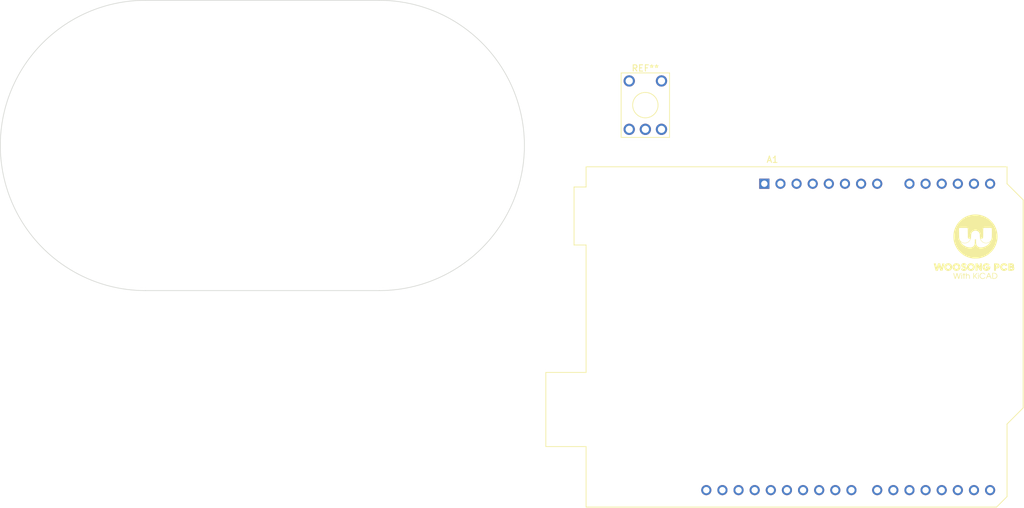
<source format=kicad_pcb>
(kicad_pcb (version 20211014) (generator pcbnew)
  (layers (0 "F.Cu" signal) (31 "B.Cu" signal) (34 "B.Paste" user) (35 "F.Paste" user) (36 "B.SilkS" user "B.Silkscreen") (37 "F.SilkS" user "F.Silkscreen") (38 "B.Mask" user) (39 "F.Mask" user) (44 "Edge.Cuts" user))
  (net 0 "")
  (net 28 "D13")
  (footprint "Button_Switch_THT:KSA_Tactile_SPST" (layer "F.Cu") (at 180.34 71.12)
    (fp_text reference "REF**" (at 2.54 -2) (layer "F.SilkS"))
    (fp_text value "KSA_Tactile_SPST")
    (fp_line (start 6.35 8.89) (end 6.35 -1.27) (layer "F.SilkS") (width 0.12))
    (fp_line (start -1.27 8.89) (end 6.35 8.89) (layer "F.SilkS") (width 0.12))
    (fp_line (start -1.27 -1.27) (end 6.35 -1.27) (layer "F.SilkS") (width 0.12))
    (fp_line (start -1.27 -1.27) (end -1.27 8.89) (layer "F.SilkS") (width 0.12))
    (fp_circle (center 2.54 3.81) (end 0.54 3.81) (layer "F.SilkS") (width 0.12) (fill none))
    (pad "1" thru_hole circle (at 0 0) (size 1.778 1.778) (drill 1.143) (layers *.Cu *.Mask))
    (pad "2" thru_hole circle (at 5.08 0) (size 1.778 1.778) (drill 1.143) (layers *.Cu *.Mask))
    (pad "3" thru_hole circle (at 5.08 7.62) (size 1.778 1.778) (drill 1.143) (layers *.Cu *.Mask))
    (pad "4" thru_hole circle (at 2.54 7.62) (size 1.778 1.778) (drill 1.143) (layers *.Cu *.Mask))
    (pad "5" thru_hole circle (at 0 7.62) (size 1.778 1.778) (drill 1.143) (layers *.Cu *.Mask))
  )
  (footprint "Module:Arduino_UNO_R3" (layer "F.Cu") (at 201.62 87.31)
    (fp_text reference "A1" (at 1.27 -3.81 180) (layer "F.SilkS"))
    (fp_text value "Arduino_UNO_R3")
    (fp_line (start -29.97 9.65) (end -28.07 9.65) (layer "F.SilkS") (width 0.12))
    (fp_line (start -28.07 9.65) (end -28.07 29.72) (layer "F.SilkS") (width 0.12))
    (fp_line (start -28.07 0.51) (end -29.97 0.51) (layer "F.SilkS") (width 0.12))
    (fp_line (start 38.23 37.85) (end 40.77 35.31) (layer "F.SilkS") (width 0.12))
    (fp_line (start -28.07 29.72) (end -34.42 29.72) (layer "F.SilkS") (width 0.12))
    (fp_line (start -28.07 41.4) (end -28.07 50.93) (layer "F.SilkS") (width 0.12))
    (fp_line (start -28.07 -2.67) (end -28.07 0.51) (layer "F.SilkS") (width 0.12))
    (fp_line (start -34.42 29.72) (end -34.42 41.4) (layer "F.SilkS") (width 0.12))
    (fp_line (start -29.97 0.51) (end -29.97 9.65) (layer "F.SilkS") (width 0.12))
    (fp_line (start 38.23 0) (end 38.23 -2.67) (layer "F.SilkS") (width 0.12))
    (fp_line (start 40.77 35.31) (end 40.77 2.54) (layer "F.SilkS") (width 0.12))
    (fp_line (start 38.23 -2.67) (end -28.07 -2.67) (layer "F.SilkS") (width 0.12))
    (fp_line (start 38.23 49.28) (end 38.23 37.85) (layer "F.SilkS") (width 0.12))
    (fp_line (start -28.07 50.93) (end 36.58 50.93) (layer "F.SilkS") (width 0.12))
    (fp_line (start -34.42 41.4) (end -28.07 41.4) (layer "F.SilkS") (width 0.12))
    (fp_line (start 36.58 50.93) (end 38.23 49.28) (layer "F.SilkS") (width 0.12))
    (fp_line (start 40.77 2.54) (end 38.23 0) (layer "F.SilkS") (width 0.12))
    (pad "1" thru_hole rect (at 0 0 90) (size 1.6 1.6) (drill 1) (layers *.Cu *.Mask))
    (pad "2" thru_hole oval (at 2.54 0 90) (size 1.6 1.6) (drill 1) (layers *.Cu *.Mask))
    (pad "3" thru_hole oval (at 5.08 0 90) (size 1.6 1.6) (drill 1) (layers *.Cu *.Mask))
    (pad "4" thru_hole oval (at 7.62 0 90) (size 1.6 1.6) (drill 1) (layers *.Cu *.Mask))
    (pad "5" thru_hole oval (at 10.16 0 90) (size 1.6 1.6) (drill 1) (layers *.Cu *.Mask))
    (pad "6" thru_hole oval (at 12.7 0 90) (size 1.6 1.6) (drill 1) (layers *.Cu *.Mask))
    (pad "7" thru_hole oval (at 15.24 0 90) (size 1.6 1.6) (drill 1) (layers *.Cu *.Mask))
    (pad "8" thru_hole oval (at 17.78 0 90) (size 1.6 1.6) (drill 1) (layers *.Cu *.Mask))
    (pad "9" thru_hole oval (at 22.86 0 90) (size 1.6 1.6) (drill 1) (layers *.Cu *.Mask))
    (pad "10" thru_hole oval (at 25.4 0 90) (size 1.6 1.6) (drill 1) (layers *.Cu *.Mask))
    (pad "11" thru_hole oval (at 27.94 0 90) (size 1.6 1.6) (drill 1) (layers *.Cu *.Mask))
    (pad "12" thru_hole oval (at 30.48 0 90) (size 1.6 1.6) (drill 1) (layers *.Cu *.Mask))
    (pad "13" thru_hole oval (at 33.02 0 90) (size 1.6 1.6) (drill 1) (layers *.Cu *.Mask))
    (pad "14" thru_hole oval (at 35.56 0 90) (size 1.6 1.6) (drill 1) (layers *.Cu *.Mask))
    (pad "15" thru_hole oval (at 35.56 48.26 90) (size 1.6 1.6) (drill 1) (layers *.Cu *.Mask))
    (pad "16" thru_hole oval (at 33.02 48.26 90) (size 1.6 1.6) (drill 1) (layers *.Cu *.Mask))
    (pad "17" thru_hole oval (at 30.48 48.26 90) (size 1.6 1.6) (drill 1) (layers *.Cu *.Mask))
    (pad "18" thru_hole oval (at 27.94 48.26 90) (size 1.6 1.6) (drill 1) (layers *.Cu *.Mask))
    (pad "19" thru_hole oval (at 25.4 48.26 90) (size 1.6 1.6) (drill 1) (layers *.Cu *.Mask))
    (pad "20" thru_hole oval (at 22.86 48.26 90) (size 1.6 1.6) (drill 1) (layers *.Cu *.Mask))
    (pad "21" thru_hole oval (at 20.32 48.26 90) (size 1.6 1.6) (drill 1) (layers *.Cu *.Mask))
    (pad "22" thru_hole oval (at 17.78 48.26 90) (size 1.6 1.6) (drill 1) (layers *.Cu *.Mask))
    (pad "23" thru_hole oval (at 13.72 48.26 90) (size 1.6 1.6) (drill 1) (layers *.Cu *.Mask))
    (pad "24" thru_hole oval (at 11.18 48.26 90) (size 1.6 1.6) (drill 1) (layers *.Cu *.Mask))
    (pad "25" thru_hole oval (at 8.64 48.26 90) (size 1.6 1.6) (drill 1) (layers *.Cu *.Mask))
    (pad "26" thru_hole oval (at 6.1 48.26 90) (size 1.6 1.6) (drill 1) (layers *.Cu *.Mask))
    (pad "27" thru_hole oval (at 3.56 48.26 90) (size 1.6 1.6) (drill 1) (layers *.Cu *.Mask))
    (pad "28" thru_hole oval (at 1.02 48.26 90) (size 1.6 1.6) (drill 1) (layers *.Cu *.Mask) (net 28 "D13"))
    (pad "29" thru_hole oval (at -1.52 48.26 90) (size 1.6 1.6) (drill 1) (layers *.Cu *.Mask))
    (pad "30" thru_hole oval (at -4.06 48.26 90) (size 1.6 1.6) (drill 1) (layers *.Cu *.Mask))
    (pad "31" thru_hole oval (at -6.6 48.26 90) (size 1.6 1.6) (drill 1) (layers *.Cu *.Mask))
    (pad "32" thru_hole oval (at -9.14 48.26 90) (size 1.6 1.6) (drill 1) (layers *.Cu *.Mask))
  )
  (footprint "2_icons:woosong_pcb_logo_15" (layer "F.Cu") (at 235.030393 97.401298)
    (fp_text reference "G***" hide)
    (fp_text value "LOGO" hide)
    (fp_poly (pts (xy -6.391326 2.519294) (xy -6.377424 2.573378) (xy -6.357737 2.651178) (xy -6.335946 2.738121) (xy -6.330279 2.76087) (xy -6.300779 2.878749) (xy -6.278961 2.963282) (xy -6.263212 3.019449) (xy -6.251921 3.052234) (xy -6.243475 3.06662) (xy -6.23626 3.06759) (xy -6.232144 3.064116) (xy -6.221444 3.040019) (xy -6.202583 2.984772) (xy -6.177748 2.905285) (xy -6.149131 2.808468) (xy -6.131377 2.746079) (xy -6.046992 2.445342) (xy -5.724327 2.445342) (xy -5.669965 2.637617) (xy -5.628631 2.782475) (xy -5.596129 2.892826) (xy -5.571182 2.972286) (xy -5.552513 3.024471) (xy -5.538848 3.052998) (xy -5.528908 3.061482) (xy -5.522421 3.055609) (xy -5.512419 3.027226) (xy -5.494908 2.968043) (xy -5.471984 2.88551) (xy -5.445745 2.787081) (xy -5.432548 2.736219) (xy -5.357743 2.445342) (xy -5.203095 2.445342) (xy -5.118431 2.447473) (xy -5.06874 2.454324) (xy -5.049758 2.466576) (xy -5.049277 2.469992) (xy -5.054535 2.494642) (xy -5.069002 2.552347) (xy -5.091367 2.638151) (xy -5.120322 2.747097) (xy -5.154555 2.874228) (xy -5.192758 3.014588) (xy -5.204288 3.056677) (xy -5.358468 3.618711) (xy -5.688227 3.618711) (xy -5.781797 3.315357) (xy -5.813898 3.212384) (xy -5.8423 3.12334) (xy -5.864868 3.054756) (xy -5.879468 3.013164) (xy -5.883659 3.003712) (xy -5.89271 3.017026) (xy -5.909226 3.059775) (xy -5.929989 3.123428) (xy -5.934823 3.139441) (xy -5.9624 3.23074) (xy -5.99541 3.338098) (xy -6.027238 3.440019) (xy -6.030734 3.451087) (xy -6.083773 3.618711) (xy -6.407603 3.630141) (xy -6.437416 3.525824) (xy -6.458385 3.451411) (xy -6.485096 3.355045) (xy -6.515975 3.24256) (xy -6.54945 3.119794) (xy -6.583946 2.992581) (xy -6.617892 2.866757) (xy -6.649712 2.748159) (xy -6.677835 2.642621) (xy -6.700688 2.555979) (xy -6.716696 2.49407) (xy -6.724286 2.462728) (xy -6.724689 2.460225) (xy -6.706532 2.453298) (xy -6.658297 2.448089) (xy -6.589337 2.445484) (xy -6.567685 2.445342) (xy -6.410681 2.445342)) (layer "F.SilkS") (width 0) (fill solid))
    (fp_poly (pts (xy 3.194441 2.455416) (xy 3.278908 2.456758) (xy 3.338685 2.460274) (xy 3.38115 2.467012) (xy 3.413678 2.478017) (xy 3.443645 2.494338) (xy 3.468885 2.510703) (xy 3.552792 2.58839) (xy 3.611269 2.688238) (xy 3.64128 2.800404) (xy 3.639791 2.915043) (xy 3.617665 2.993219) (xy 3.551905 3.103993) (xy 3.460639 3.185391) (xy 3.346317 3.235863) (xy 3.211384 3.253859) (xy 3.206107 3.253882) (xy 3.077878 3.253882) (xy 3.072208 3.436297) (xy 3.066538 3.618711) (xy 2.923279 3.624511) (xy 2.840916 3.625441) (xy 2.791967 3.619576) (xy 2.770873 3.606191) (xy 2.77013 3.604538) (xy 2.767756 3.578802) (xy 2.765951 3.518882) (xy 2.764758 3.430031) (xy 2.764217 3.317501) (xy 2.764369 3.186546) (xy 2.765258 3.042418) (xy 2.765485 3.016983) (xy 2.76829 2.716545) (xy 3.076398 2.716545) (xy 3.076398 2.982813) (xy 3.1752 2.973319) (xy 3.244299 2.960173) (xy 3.299363 2.938152) (xy 3.313244 2.928313) (xy 3.347352 2.873957) (xy 3.346121 2.811405) (xy 3.325859 2.771436) (xy 3.289248 2.74521) (xy 3.22234 2.729443) (xy 3.187816 2.725784) (xy 3.076398 2.716545) (xy 2.76829 2.716545) (xy 2.77073 2.455202) (xy 3.077909 2.455202)) (layer "F.SilkS") (width 0) (fill solid))
    (fp_poly (pts (xy 4.454767 2.433599) (xy 4.59609 2.472039) (xy 4.725267 2.542153) (xy 4.740146 2.553132) (xy 4.781723 2.590815) (xy 4.824483 2.638666) (xy 4.86128 2.68722) (xy 4.884969 2.727015) (xy 4.888403 2.748586) (xy 4.888003 2.748949) (xy 4.868362 2.760497) (xy 4.823396 2.785527) (xy 4.762501 2.818813) (xy 4.757181 2.821699) (xy 4.633539 2.888724) (xy 4.589557 2.836344) (xy 4.509998 2.767759) (xy 4.419464 2.731323) (xy 4.325135 2.724917) (xy 4.23419 2.746423) (xy 4.15381 2.793721) (xy 4.091172 2.864694) (xy 4.053457 2.957223) (xy 4.047269 2.996365) (xy 4.052903 3.111081) (xy 4.092644 3.206576) (xy 4.16511 3.280833) (xy 4.268918 3.331834) (xy 4.279588 3.335166) (xy 4.337129 3.347497) (xy 4.388818 3.343037) (xy 4.445763 3.324414) (xy 4.511754 3.290496) (xy 4.569919 3.246462) (xy 4.584207 3.231526) (xy 4.633821 3.172564) (xy 4.756151 3.237873) (xy 4.817897 3.273207) (xy 4.864026 3.304057) (xy 4.88492 3.323964) (xy 4.885103 3.324466) (xy 4.876568 3.354714) (xy 4.843532 3.400495) (xy 4.793498 3.454285) (xy 4.733964 3.508561) (xy 4.672434 3.555801) (xy 4.626889 3.583432) (xy 4.531684 3.618407) (xy 4.418895 3.639351) (xy 4.303528 3.645021) (xy 4.200592 3.634172) (xy 4.158704 3.62225) (xy 4.017756 3.551209) (xy 3.903319 3.456552) (xy 3.816589 3.343433) (xy 3.758763 3.217011) (xy 3.731038 3.082441) (xy 3.734611 2.944879) (xy 3.770678 2.809483) (xy 3.840436 2.681408) (xy 3.919086 2.58983) (xy 4.033459 2.504949) (xy 4.165898 2.450392) (xy 4.308852 2.426496)) (layer "F.SilkS") (width 0) (fill solid))
    (fp_poly (pts (xy 0.847982 3.628571) (xy 0.590537 3.628571) (xy 0.446514 3.406716) (xy 0.386968 3.314987) (xy 0.329556 3.226537) (xy 0.280595 3.151099) (xy 0.246403 3.098407) (xy 0.244918 3.096118) (xy 0.187345 3.007376) (xy 0.177485 3.313044) (xy 0.167625 3.618711) (xy 0.02872 3.624423) (xy -0.042033 3.62541) (xy -0.096591 3.622599) (xy -0.123667 3.616597) (xy -0.124114 3.616206) (xy -0.127648 3.593665) (xy -0.130852 3.536712) (xy -0.133608 3.450375) (xy -0.135797 3.339685) (xy -0.137303 3.209669) (xy -0.138006 3.065356) (xy -0.138043 3.023012) (xy -0.138043 2.443747) (xy 0.023429 2.449474) (xy 0.184901 2.455202) (xy 0.353747 2.721215) (xy 0.522593 2.987229) (xy 0.532454 2.721215) (xy 0.542314 2.455202) (xy 0.695148 2.449442) (xy 0.847982 2.443683)) (layer "F.SilkS") (width 0) (fill solid))
    (fp_poly (pts (xy -4.407531 2.430165) (xy -4.248178 2.454594) (xy -4.113112 2.509976) (xy -4.001597 2.596776) (xy -3.912898 2.71546) (xy -3.890658 2.757288) (xy -3.862072 2.821536) (xy -3.8454 2.87969) (xy -3.837661 2.946965) (xy -3.835873 3.036957) (xy -3.838231 3.130227) (xy -3.846637 3.197815) (xy -3.863553 3.253314) (xy -3.882335 3.293323) (xy -3.968216 3.4202) (xy -4.079545 3.526101) (xy -4.170885 3.584203) (xy -4.264407 3.618645) (xy -4.376126 3.639317) (xy -4.490891 3.644981) (xy -4.593553 3.6344) (xy -4.636638 3.62225) (xy -4.777308 3.551294) (xy -4.891557 3.456661) (xy -4.978183 3.343528) (xy -5.035987 3.217071) (xy -5.063764 3.082467) (xy -5.063007 3.052282) (xy -4.755354 3.052282) (xy -4.73596 3.143989) (xy -4.708109 3.196734) (xy -4.659881 3.248647) (xy -4.591968 3.297583) (xy -4.518769 3.334954) (xy -4.454685 3.352171) (xy -4.446972 3.352485) (xy -4.40556 3.343812) (xy -4.347361 3.32183) (xy -4.318196 3.308113) (xy -4.225489 3.245362) (xy -4.168431 3.167304) (xy -4.145146 3.070768) (xy -4.145455 3.01634) (xy -4.16413 2.914061) (xy -4.207816 2.836514) (xy -4.282736 2.773753) (xy -4.305929 2.759857) (xy -4.398317 2.726693) (xy -4.489527 2.727435) (xy -4.57463 2.756727) (xy -4.648694 2.809213) (xy -4.70679 2.879539) (xy -4.743987 2.962347) (xy -4.755354 3.052282) (xy -5.063007 3.052282) (xy -5.060316 2.944892) (xy -5.024439 2.809524) (xy -4.954933 2.681538) (xy -4.876256 2.58983) (xy -4.764426 2.50376) (xy -4.638065 2.45084) (xy -4.492324 2.429418)) (layer "F.SilkS") (width 0) (fill solid))
    (fp_poly (pts (xy 2.716499 3.948021) (xy 2.855803 3.958738) (xy 2.964707 3.979589) (xy 3.05161 4.013633) (xy 3.124913 4.063927) (xy 3.17755 4.115847) (xy 3.243906 4.20679) (xy 3.280676 4.304309) (xy 3.291465 4.419733) (xy 3.289658 4.468238) (xy 3.279637 4.553383) (xy 3.258523 4.618154) (xy 3.22266 4.677991) (xy 3.155078 4.759913) (xy 3.079972 4.819193) (xy 2.990157 4.858733) (xy 2.878448 4.881439) (xy 2.73766 4.890215) (xy 2.696778 4.890573) (xy 2.504503 4.890683) (xy 2.504503 4.792081) (xy 2.602236 4.792081) (xy 2.741348 4.792081) (xy 2.833109 4.787078) (xy 2.914228 4.773721) (xy 2.953509 4.761559) (xy 3.05585 4.701441) (xy 3.130326 4.615835) (xy 3.157448 4.565295) (xy 3.186269 4.48527) (xy 3.192031 4.409621) (xy 3.175805 4.320396) (xy 3.172709 4.308929) (xy 3.127037 4.214208) (xy 3.050631 4.137252) (xy 2.949467 4.081395) (xy 2.829516 4.049974) (xy 2.701708 4.045935) (xy 2.612966 4.052562) (xy 2.607601 4.422321) (xy 2.602236 4.792081) (xy 2.504503 4.792081) (xy 2.504503 3.939033)) (layer "F.SilkS") (width 0) (fill solid))
    (fp_poly (pts (xy -1.581463 3.96585) (xy -1.566722 3.977669) (xy -1.559927 4.007873) (xy -1.558009 4.065054) (xy -1.557919 4.101863) (xy -1.555987 4.169778) (xy -1.550902 4.218834) (xy -1.543731 4.239123) (xy -1.543129 4.239208) (xy -1.516746 4.229776) (xy -1.479037 4.210326) (xy -1.401283 4.185106) (xy -1.309987 4.18335) (xy -1.222643 4.204183) (xy -1.182282 4.225184) (xy -1.12707 4.268094) (xy -1.087782 4.31553) (xy -1.061791 4.375039) (xy -1.046467 4.454166) (xy -1.039183 4.560457) (xy -1.037577 4.640726) (xy -1.035326 4.880823) (xy -1.087924 4.886905) (xy -1.140523 4.892988) (xy -1.147086 4.643664) (xy -1.153649 4.394339) (xy -1.218051 4.336844) (xy -1.295591 4.28958) (xy -1.378823 4.281339) (xy -1.447578 4.301801) (xy -1.49215 4.332492) (xy -1.523865 4.381184) (xy -1.544322 4.453249) (xy -1.555126 4.554058) (xy -1.557919 4.671808) (xy -1.557919 4.890683) (xy -1.656521 4.890683) (xy -1.656521 3.96382) (xy -1.60722 3.96382)) (layer "F.SilkS") (width 0) (fill solid))
    (fp_poly (pts (xy 5.486543 2.446633) (xy 5.593928 2.451631) (xy 5.674794 2.462021) (xy 5.735576 2.479489) (xy 5.782709 2.505719) (xy 5.82263 2.542397) (xy 5.851666 2.577723) (xy 5.890311 2.653544) (xy 5.911887 2.747851) (xy 5.914045 2.843392) (xy 5.89767 2.915638) (xy 5.885973 2.955803) (xy 5.89072 2.994671) (xy 5.914373 3.048111) (xy 5.919887 3.058711) (xy 5.958026 3.168744) (xy 5.963903 3.283981) (xy 5.938914 3.394615) (xy 5.884455 3.490837) (xy 5.853662 3.524098) (xy 5.80748 3.561808) (xy 5.756929 3.58947) (xy 5.695153 3.608531) (xy 5.615293 3.620435) (xy 5.510491 3.626629) (xy 5.373891 3.628558) (xy 5.358035 3.628571) (xy 5.252478 3.627757) (xy 5.161173 3.625511) (xy 5.091249 3.62213) (xy 5.049837 3.617911) (xy 5.041874 3.615424) (xy 5.038537 3.593086) (xy 5.035512 3.53633) (xy 5.03291 3.45018) (xy 5.030843 3.339661) (xy 5.03017 3.278119) (xy 5.34638 3.278119) (xy 5.350722 3.320203) (xy 5.352182 3.324978) (xy 5.37761 3.342306) (xy 5.429143 3.351545) (xy 5.494312 3.352834) (xy 5.56065 3.346315) (xy 5.615688 3.332127) (xy 5.635674 3.321786) (xy 5.672511 3.27617) (xy 5.675722 3.223002) (xy 5.645595 3.174864) (xy 5.632076 3.164554) (xy 5.576313 3.143702) (xy 5.492865 3.138553) (xy 5.469382 3.139449) (xy 5.354115 3.145419) (xy 5.347871 3.221445) (xy 5.34638 3.278119) (xy 5.03017 3.278119) (xy 5.029423 3.209795) (xy 5.028761 3.065606) (xy 5.028727 3.02381) (xy 5.028727 2.719627) (xy 5.344255 2.719627) (xy 5.344255 2.859472) (xy 5.482917 2.859472) (xy 5.559732 2.857532) (xy 5.605524 2.850535) (xy 5.628574 2.83671) (xy 5.63396 2.827211) (xy 5.638623 2.782325) (xy 5.6111 2.751187) (xy 5.54924 2.732419) (xy 5.47531 2.725458) (xy 5.344255 2.719627) (xy 5.028727 2.719627) (xy 5.028727 2.445342) (xy 5.346205 2.445342)) (layer "F.SilkS") (width 0) (fill solid))
    (fp_poly (pts (xy -2.312228 3.96744) (xy -2.27541 3.976838) (xy -2.260466 4.00195) (xy -2.257997 4.042702) (xy -2.262052 4.090028) (xy -2.280431 4.111163) (xy -2.312228 4.117964) (xy -2.346555 4.118935) (xy -2.362133 4.104419) (xy -2.366322 4.0642) (xy -2.366459 4.042702) (xy -2.364478 3.991342) (xy -2.353626 3.969179) (xy -2.326544 3.966)) (layer "F.SilkS") (width 0) (fill solid))
    (fp_poly (pts (xy -1.919996 3.976255) (xy -1.913858 4.007874) (xy -1.912888 4.069782) (xy -1.912888 4.178365) (xy -1.838936 4.184485) (xy -1.787663 4.193645) (xy -1.764141 4.214506) (xy -1.758682 4.234977) (xy -1.759001 4.263318) (xy -1.777425 4.276106) (xy -1.823917 4.279321) (xy -1.832634 4.279348) (xy -1.912888 4.279348) (xy -1.912888 4.890683) (xy -1.958902 4.890683) (xy -2.000318 4.885586) (xy -2.018064 4.877536) (xy -2.022685 4.854157) (xy -2.026595 4.79861) (xy -2.029482 4.718166) (xy -2.031032 4.620098) (xy -2.031211 4.571869) (xy -2.031211 4.279348) (xy -2.101604 4.279348) (xy -2.148238 4.276171) (xy -2.1659 4.2619) (xy -2.165696 4.234977) (xy -2.150305 4.201256) (xy -2.109833 4.186136) (xy -2.096292 4.1845) (xy -2.059279 4.178636) (xy -2.039795 4.163274) (xy -2.031098 4.127821) (xy -2.027271 4.076037) (xy -2.022075 4.015773) (xy -2.011629 3.984361) (xy -1.99007 3.971221) (xy -1.967119 3.96744) (xy -1.936137 3.96582)) (layer "F.SilkS") (width 0) (fill solid))
    (fp_poly (pts (xy -0.390069 4.213047) (xy -0.384549 4.462274) (xy -0.181972 4.213047) (xy -0.104583 4.118802) (xy -0.046778 4.05142) (xy -0.004013 4.006566) (xy 0.028258 3.979905) (xy 0.05458 3.967101) (xy 0.079324 3.96382) (xy 0.120702 3.967095) (xy 0.138043 3.974977) (xy 0.138044 3.975031) (xy 0.126198 3.993563) (xy 0.093749 4.036458) (xy 0.045334 4.097772) (xy -0.014413 4.171558) (xy -0.02958 4.190045) (xy -0.09151 4.266876) (xy -0.143111 4.333815) (xy -0.1797 4.384566) (xy -0.196596 4.412835) (xy -0.197205 4.415416) (xy -0.185646 4.438078) (xy -0.153946 4.485273) (xy -0.106565 4.550711) (xy -0.047965 4.628099) (xy -0.02958 4.651788) (xy 0.031255 4.730572) (xy 0.082236 4.798167) (xy 0.11894 4.84859) (xy 0.136948 4.875857) (xy 0.138044 4.878638) (xy 0.120914 4.887186) (xy 0.080397 4.890683) (xy 0.05192 4.886542) (xy 0.022756 4.870667) (xy -0.012782 4.837881) (xy -0.060379 4.783006) (xy -0.119937 4.708269) (xy -0.17657 4.635937) (xy -0.224056 4.575413) (xy -0.257277 4.533216) (xy -0.270985 4.516007) (xy -0.287703 4.523152) (xy -0.320167 4.552643) (xy -0.336878 4.57055) (xy -0.368992 4.61121) (xy -0.386362 4.651272) (xy -0.393353 4.705318) (xy -0.39441 4.762811) (xy -0.395279 4.831614) (xy -0.400181 4.869901) (xy -0.412554 4.886594) (xy -0.435838 4.890613) (xy -0.443711 4.890683) (xy -0.493012 4.890683) (xy -0.493012 3.96382) (xy -0.395588 3.96382)) (layer "F.SilkS") (width 0) (fill solid))
    (fp_poly (pts (xy 0.354969 4.890683) (xy 0.256367 4.890683) (xy 0.256367 4.200466) (xy 0.354969 4.200466)) (layer "F.SilkS") (width 0) (fill solid))
    (fp_poly (pts (xy -2.495611 3.968043) (xy -2.480976 3.974199) (xy -2.483573 3.994717) (xy -2.495518 4.046611) (xy -2.515009 4.123427) (xy -2.540246 4.218708) (xy -2.569427 4.326) (xy -2.600753 4.438847) (xy -2.632421 4.550792) (xy -2.662632 4.655381) (xy -2.689583 4.746159) (xy -2.711475 4.816668) (xy -2.726507 4.860454) (xy -2.731023 4.870533) (xy -2.757867 4.885007) (xy -2.801962 4.890683) (xy -2.825905 4.890124) (xy -2.844801 4.885101) (xy -2.860925 4.870592) (xy -2.876554 4.841577) (xy -2.893966 4.793036) (xy -2.915436 4.719949) (xy -2.94324 4.617294) (xy -2.967664 4.525262) (xy -3.001087 4.400474) (xy -3.026504 4.310634) (xy -3.045632 4.252465) (xy -3.060185 4.222691) (xy -3.071883 4.218034) (xy -3.08244 4.235219) (xy -3.093573 4.270969) (xy -3.096056 4.280193) (xy -3.137684 4.435388) (xy -3.175404 4.573448) (xy -3.208027 4.690177) (xy -3.234362 4.78138) (xy -3.25322 4.842861) (xy -3.26341 4.870423) (xy -3.2635 4.870571) (xy -3.290401 4.884789) (xy -3.335303 4.890308) (xy -3.3785 4.886428) (xy -3.399046 4.875396) (xy -3.408348 4.850289) (xy -3.42607 4.793898) (xy -3.450295 4.713) (xy -3.479105 4.614372) (xy -3.510582 4.504792) (xy -3.54281 4.391038) (xy -3.573869 4.279886) (xy -3.601843 4.178115) (xy -3.624815 4.092502) (xy -3.640865 4.029824) (xy -3.648078 3.99686) (xy -3.648292 3.994455) (xy -3.631316 3.969551) (xy -3.599825 3.96382) (xy -3.583854 3.964281) (xy -3.570394 3.968521) (xy -3.557811 3.980826) (xy -3.544468 4.005478) (xy -3.528728 4.046765) (xy -3.508956 4.108969) (xy -3.483515 4.196377) (xy -3.450769 4.313272) (xy -3.409684 4.461762) (xy -3.384113 4.550697) (xy -3.361195 4.623835) (xy -3.343361 4.673854) (xy -3.333041 4.69343) (xy -3.332764 4.693478) (xy -3.322887 4.675632) (xy -3.305374 4.626973) (xy -3.282654 4.554826) (xy -3.257158 4.466512) (xy -3.255843 4.461762) (xy -3.21417 4.311011) (xy -3.181476 4.194028) (xy -3.156102 4.106605) (xy -3.136383 4.044532) (xy -3.12066 4.0036) (xy -3.107269 3.979601) (xy -3.094549 3.968323) (xy -3.080839 3.96556) (xy -3.064476 3.9671) (xy -3.060729 3.967555) (xy -3.041927 3.971293) (xy -3.026162 3.981045) (xy -3.011308 4.00195) (xy -2.995237 4.039144) (xy -2.975823 4.097767) (xy -2.950937 4.182955) (xy -2.918454 4.299846) (xy -2.909183 4.333579) (xy -2.87772 4.445961) (xy -2.84911 4.544006) (xy -2.825164 4.621845) (xy -2.807688 4.67361) (xy -2.798493 4.693431) (xy -2.798283 4.693478) (xy -2.789389 4.675447) (xy -2.771771 4.625223) (xy -2.747279 4.548611) (xy -2.717764 4.451415) (xy -2.685075 4.339439) (xy -2.681987 4.328649) (xy -2.645383 4.20176) (xy -2.61714 4.108005) (xy -2.595267 4.042459) (xy -2.577774 4.000197) (xy -2.562673 3.976296) (xy -2.547972 3.965831) (xy -2.534564 3.96382)) (layer "F.SilkS") (width 0) (fill solid))
    (fp_poly (pts (xy -3.105978 2.430165) (xy -2.946625 2.454594) (xy -2.811559 2.509976) (xy -2.700045 2.596776) (xy -2.611345 2.71546) (xy -2.589105 2.757288) (xy -2.560519 2.821536) (xy -2.543847 2.87969) (xy -2.536108 2.946965) (xy -2.53432 3.036957) (xy -2.536679 3.130227) (xy -2.545084 3.197815) (xy -2.562 3.253314) (xy -2.580782 3.293323) (xy -2.666663 3.4202) (xy -2.777993 3.526101) (xy -2.869332 3.584203) (xy -2.962854 3.618645) (xy -3.074573 3.639317) (xy -3.189338 3.644981) (xy -3.292001 3.6344) (xy -3.335085 3.62225) (xy -3.480943 3.548672) (xy -3.600766 3.447994) (xy -3.691038 3.323386) (xy -3.711078 3.283463) (xy -3.745526 3.172485) (xy -3.754786 3.085822) (xy -3.448384 3.085822) (xy -3.438578 3.138156) (xy -3.413559 3.186731) (xy -3.408302 3.194721) (xy -3.359093 3.247788) (xy -3.290599 3.297419) (xy -3.217051 3.335073) (xy -3.15268 3.352209) (xy -3.145419 3.352485) (xy -3.104007 3.343812) (xy -3.045808 3.32183) (xy -3.016643 3.308113) (xy -2.92354 3.242676) (xy -2.864337 3.158392) (xy -2.840262 3.057133) (xy -2.839751 3.038663) (xy -2.85705 2.928245) (xy -2.907085 2.836218) (xy -2.987066 2.767656) (xy -2.989708 2.766124) (xy -3.091628 2.728168) (xy -3.194289 2.728504) (xy -3.293252 2.766324) (xy -3.380805 2.837303) (xy -3.417245 2.884245) (xy -3.437058 2.936618) (xy -3.446568 3.011232) (xy -3.446642 3.012286) (xy -3.448384 3.085822) (xy -3.754786 3.085822) (xy -3.759053 3.045894) (xy -3.751677 2.918521) (xy -3.723418 2.805198) (xy -3.710434 2.775268) (xy -3.633786 2.657083) (xy -3.53236 2.555965) (xy -3.416461 2.481518) (xy -3.376911 2.464484) (xy -3.304293 2.441067) (xy -3.234949 2.429715) (xy -3.151615 2.428242)) (layer "F.SilkS") (width 0) (fill solid))
    (fp_poly (pts (xy 1.962938 3.964598) (xy 1.979793 3.969754) (xy 1.996522 3.983523) (xy 2.01554 4.01014) (xy 2.039263 4.053838) (xy 2.07011 4.118852) (xy 2.110495 4.209416) (xy 2.162835 4.329765) (xy 2.195471 4.405275) (xy 2.248474 4.528885) (xy 2.295813 4.641055) (xy 2.335338 4.736537) (xy 2.364896 4.81009) (xy 2.382336 4.856467) (xy 2.38618 4.870016) (xy 2.36929 4.885667) (xy 2.33368 4.887063) (xy 2.304862 4.878778) (xy 2.28038 4.856688) (xy 2.254573 4.813218) (xy 2.221774 4.740792) (xy 2.218424 4.732919) (xy 2.155667 4.585016) (xy 1.729271 4.585016) (xy 1.666515 4.732919) (xy 1.632846 4.808206) (xy 1.606657 4.853881) (xy 1.582285 4.877521) (xy 1.554065 4.886701) (xy 1.551258 4.887063) (xy 1.512639 4.886476) (xy 1.498092 4.877203) (xy 1.505383 4.855344) (xy 1.526231 4.80239) (xy 1.558532 4.723443) (xy 1.60018 4.623606) (xy 1.64907 4.507981) (xy 1.670036 4.458897) (xy 1.794566 4.458897) (xy 1.812685 4.467282) (xy 1.860665 4.473511) (xy 1.928939 4.476457) (xy 1.944607 4.476553) (xy 2.02033 4.476047) (xy 2.064206 4.472809) (xy 2.083827 4.464254) (xy 2.086788 4.447799) (xy 2.082845 4.429523) (xy 2.064762 4.372981) (xy 2.038109 4.307369) (xy 2.007359 4.241588) (xy 1.976982 4.184538) (xy 1.951448 4.14512) (xy 1.93523 4.132235) (xy 1.933931 4.133082) (xy 1.918476 4.159185) (xy 1.893765 4.21056) (xy 1.864517 4.276172) (xy 1.835452 4.344986) (xy 1.811291 4.405968) (xy 1.796754 4.44808) (xy 1.794566 4.458897) (xy 1.670036 4.458897) (xy 1.68987 4.412461) (xy 1.749498 4.273692) (xy 1.795967 4.166969) (xy 1.831658 4.088083) (xy 1.858949 4.032829) (xy 1.880218 3.996999) (xy 1.897844 3.976386) (xy 1.914206 3.966783) (xy 1.931682 3.963984) (xy 1.943538 3.96382)) (layer "F.SilkS") (width 0) (fill solid))
    (fp_poly (pts (xy 1.077342 3.952157) (xy 1.165987 3.979705) (xy 1.198616 3.994934) (xy 1.265737 4.035219) (xy 1.327411 4.083905) (xy 1.374733 4.132714) (xy 1.398798 4.17337) (xy 1.400156 4.182258) (xy 1.384193 4.197105) (xy 1.347124 4.200589) (xy 1.305181 4.194058) (xy 1.274596 4.178861) (xy 1.269441 4.1714) (xy 1.246691 4.147613) (xy 1.199194 4.115806) (xy 1.151404 4.090041) (xy 1.076569 4.058208) (xy 1.013437 4.045457) (xy 0.944865 4.047324) (xy 0.830337 4.076939) (xy 0.732652 4.138979) (xy 0.657053 4.22817) (xy 0.608781 4.339241) (xy 0.597083 4.39707) (xy 0.602529 4.487142) (xy 0.637065 4.582484) (xy 0.694452 4.670837) (xy 0.768449 4.73994) (xy 0.773251 4.743186) (xy 0.881058 4.792778) (xy 0.994877 4.807005) (xy 1.106567 4.786716) (xy 1.207986 4.732763) (xy 1.252587 4.693128) (xy 1.298395 4.656917) (xy 1.345133 4.63723) (xy 1.382421 4.636336) (xy 1.399883 4.656504) (xy 1.400156 4.660872) (xy 1.385009 4.695689) (xy 1.345662 4.742969) (xy 1.291255 4.794104) (xy 1.230927 4.840486) (xy 1.174964 4.872988) (xy 1.084638 4.898806) (xy 0.975944 4.907458) (xy 0.86628 4.89839) (xy 0.808541 4.884622) (xy 0.743508 4.85082) (xy 0.671138 4.793053) (xy 0.601897 4.722057) (xy 0.546249 4.648566) (xy 0.514663 4.583317) (xy 0.514614 4.583143) (xy 0.493274 4.442541) (xy 0.506623 4.310622) (xy 0.551283 4.192052) (xy 0.623875 4.091494) (xy 0.721019 4.013613) (xy 0.839338 3.963074) (xy 0.975451 3.944542) (xy 0.977223 3.944533)) (layer "F.SilkS") (width 0) (fill solid))
    (fp_poly (pts (xy 0.337432 3.968125) (xy 0.35155 3.988434) (xy 0.354952 4.035832) (xy 0.354969 4.042702) (xy 0.352278 4.093524) (xy 0.339586 4.116113) (xy 0.309961 4.121556) (xy 0.305668 4.121584) (xy 0.273904 4.117278) (xy 0.259786 4.09697) (xy 0.256384 4.049571) (xy 0.256367 4.042702) (xy 0.259058 3.99188) (xy 0.27175 3.969291) (xy 0.301375 3.963848) (xy 0.305668 3.96382)) (layer "F.SilkS") (width 0) (fill solid))
    (fp_poly (pts (xy -1.899665 2.411943) (xy -1.824146 2.427958) (xy -1.772849 2.451536) (xy -1.712277 2.492719) (xy -1.651533 2.543407) (xy -1.599724 2.595502) (xy -1.565953 2.640905) (xy -1.557919 2.664758) (xy -1.574059 2.687543) (xy -1.616435 2.720822) (xy -1.675978 2.757504) (xy -1.677804 2.758511) (xy -1.797688 2.824418) (xy -1.850358 2.775139) (xy -1.921059 2.723688) (xy -1.984872 2.709599) (xy -2.04237 2.730327) (xy -2.075539 2.763425) (xy -2.072575 2.796625) (xy -2.032583 2.830911) (xy -1.954666 2.867266) (xy -1.899625 2.88706) (xy -1.815452 2.918878) (xy -1.73533 2.955087) (xy -1.675353 2.988349) (xy -1.671026 2.99127) (xy -1.58806 3.069538) (xy -1.53752 3.161927) (xy -1.518323 3.261754) (xy -1.529384 3.362338) (xy -1.56962 3.456999) (xy -1.637947 3.539054) (xy -1.733282 3.601824) (xy -1.772673 3.617945) (xy -1.855521 3.636964) (xy -1.955509 3.645546) (xy -2.054141 3.643076) (xy -2.129941 3.629866) (xy -2.212383 3.595452) (xy -2.290365 3.546682) (xy -2.356356 3.490284) (xy -2.402827 3.432988) (xy -2.422249 3.381524) (xy -2.421806 3.369021) (xy -2.400326 3.33626) (xy -2.348972 3.29568) (xy -2.305001 3.269116) (xy -2.194241 3.207925) (xy -2.137377 3.271562) (xy -2.081157 3.316778) (xy -2.015918 3.343341) (xy -1.950277 3.351589) (xy -1.892848 3.34186) (xy -1.85225 3.314491) (xy -1.837097 3.26982) (xy -1.837754 3.259822) (xy -1.844594 3.234941) (xy -1.862941 3.214285) (xy -1.899838 3.193608) (xy -1.962326 3.168668) (xy -2.02716 3.145673) (xy -2.165387 3.088935) (xy -2.267353 3.025779) (xy -2.336106 2.953025) (xy -2.374691 2.867492) (xy -2.38618 2.770924) (xy -2.368716 2.656904) (xy -2.319485 2.560704) (xy -2.243225 2.485217) (xy -2.144676 2.433332) (xy -2.028576 2.407944)) (layer "F.SilkS") (width 0) (fill solid))
    (fp_poly (pts (xy -2.257997 4.210326) (xy -2.257997 4.880823) (xy -2.366459 4.893303) (xy -2.366459 4.197846)) (layer "F.SilkS") (width 0) (fill solid))
    (fp_poly (pts (xy -0.707502 2.443848) (xy -0.571912 2.495648) (xy -0.455064 2.576704) (xy -0.361315 2.682695) (xy -0.295021 2.809302) (xy -0.260539 2.952207) (xy -0.256559 3.021426) (xy -0.274256 3.18022) (xy -0.326312 3.322934) (xy -0.410454 3.445823) (xy -0.524407 3.545145) (xy -0.601787 3.589757) (xy -0.719199 3.629091) (xy -0.852989 3.64505) (xy -0.987343 3.637045) (xy -1.097316 3.60822) (xy -1.224594 3.538392) (xy -1.336182 3.439188) (xy -1.421564 3.320319) (xy -1.433062 3.29815) (xy -1.464198 3.22609) (xy -1.481025 3.159454) (xy -1.48741 3.079875) (xy -1.487641 3.060257) (xy -1.181234 3.060257) (xy -1.155453 3.152982) (xy -1.102861 3.235876) (xy -1.026391 3.300017) (xy -0.997836 3.314908) (xy -0.932673 3.341416) (xy -0.882312 3.350222) (xy -0.827199 3.343) (xy -0.787945 3.332847) (xy -0.729146 3.305586) (xy -0.669843 3.261958) (xy -0.656628 3.249145) (xy -0.5956 3.161417) (xy -0.567844 3.067238) (xy -0.570385 2.97315) (xy -0.600251 2.885693) (xy -0.654469 2.81141) (xy -0.730063 2.756841) (xy -0.824062 2.728529) (xy -0.893821 2.727322) (xy -0.993281 2.750551) (xy -1.075603 2.80409) (xy -1.140615 2.881006) (xy -1.177266 2.966625) (xy -1.181234 3.060257) (xy -1.487641 3.060257) (xy -1.487908 3.037555) (xy -1.475015 2.891829) (xy -1.433717 2.768069) (xy -1.360092 2.657318) (xy -1.289793 2.585081) (xy -1.183661 2.503914) (xy -1.071914 2.453274) (xy -0.943561 2.429106) (xy -0.857478 2.425621)) (layer "F.SilkS") (width 0) (fill solid))
    (fp_poly (pts (xy 0.032185 -5.249393) (xy 0.393672 -5.211318) (xy 0.542314 -5.184601) (xy 0.821137 -5.113983) (xy 1.10595 -5.01517) (xy 1.385284 -4.893104) (xy 1.647673 -4.752728) (xy 1.853161 -4.619612) (xy 2.063739 -4.454044) (xy 2.2741 -4.259994) (xy 2.474931 -4.047347) (xy 2.656917 -3.825987) (xy 2.810743 -3.605796) (xy 2.815027 -3.598991) (xy 2.871657 -3.5006) (xy 2.935576 -3.376422) (xy 3.001448 -3.238036) (xy 3.063935 -3.097021) (xy 3.1177 -2.964955) (xy 3.154416 -2.862713) (xy 3.249805 -2.507084) (xy 3.306857 -2.145942) (xy 3.32576 -1.78223) (xy 3.306705 -1.418889) (xy 3.249877 -1.05886) (xy 3.155466 -0.705084) (xy 3.02366 -0.360504) (xy 2.989533 -0.285947) (xy 2.817073 0.033979) (xy 2.612693 0.332425) (xy 2.378888 0.60718) (xy 2.118151 0.856034) (xy 1.832975 1.076779) (xy 1.525854 1.267205) (xy 1.199282 1.425101) (xy 0.955175 1.516849) (xy 0.786424 1.570664) (xy 0.638086 1.611772) (xy 0.499431 1.64194) (xy 0.359732 1.662937) (xy 0.208259 1.676529) (xy 0.034284 1.684483) (xy -0.078882 1.687168) (xy -0.262604 1.688945) (xy -0.412981 1.686778) (xy -0.535927 1.680455) (xy -0.637362 1.669763) (xy -0.660636 1.66629) (xy -1.028786 1.588617) (xy -1.380747 1.476093) (xy -1.714638 1.330243) (xy -2.02858 1.152595) (xy -2.320691 0.944674) (xy -2.589091 0.708008) (xy -2.831899 0.444124) (xy -3.047236 0.154548) (xy -3.23322 -0.159193) (xy -3.387972 -0.495572) (xy -3.417427 -0.571894) (xy -3.50275 -0.827016) (xy -3.531612 -0.943452) (xy -2.494488 -0.943452) (xy -2.490775 -0.921177) (xy -2.465115 -0.876392) (xy -2.422365 -0.815523) (xy -2.367379 -0.744997) (xy -2.305012 -0.671239) (xy -2.24012 -0.600675) (xy -2.220122 -0.580325) (xy -2.015886 -0.403041) (xy -1.79312 -0.260502) (xy -1.552484 -0.152995) (xy -1.294639 -0.080806) (xy -1.020244 -0.044223) (xy -0.982065 -0.042033) (xy -0.931838 -0.044654) (xy -0.863152 -0.054221) (xy -0.824301 -0.061634) (xy -0.663399 -0.112248) (xy -0.529606 -0.190911) (xy -0.420519 -0.299509) (xy -0.33373 -0.439931) (xy -0.328691 -0.450443) (xy -0.307277 -0.496748) (xy -0.291357 -0.536577) (xy -0.279983 -0.57693) (xy -0.272206 -0.624809) (xy -0.267079 -0.687212) (xy -0.263651 -0.771141) (xy -0.260976 -0.883596) (xy -0.259457 -0.961374) (xy -0.252183 -1.340994) (xy -0.059161 -1.340994) (xy -0.059012 -1.059977) (xy -0.055734 -0.871963) (xy -0.045193 -0.717186) (xy -0.026004 -0.589883) (xy 0.00322 -0.484289) (xy 0.043867 -0.394642) (xy 0.097323 -0.315177) (xy 0.129242 -0.277512) (xy 0.236084 -0.181139) (xy 0.361625 -0.111088) (xy 0.49281 -0.067525) (xy 0.558736 -0.052652) (xy 0.618343 -0.045396) (xy 0.684629 -0.045376) (xy 0.77059 -0.052209) (xy 0.822894 -0.057839) (xy 1.090067 -0.106395) (xy 1.338896 -0.18986) (xy 1.569327 -0.308207) (xy 1.781307 -0.46141) (xy 1.940077 -0.611701) (xy 2.008622 -0.687908) (xy 2.071377 -0.764097) (xy 2.123855 -0.83406) (xy 2.161571 -0.891588) (xy 2.180039 -0.930472) (xy 2.179429 -0.942983) (xy 2.159766 -0.937953) (xy 2.12146 -0.914408) (xy 2.1057 -0.902878) (xy 1.948408 -0.807162) (xy 1.774695 -0.744099) (xy 1.59102 -0.714216) (xy 1.403843 -0.718038) (xy 1.21962 -0.756093) (xy 1.065426 -0.818138) (xy 0.962608 -0.883188) (xy 0.856515 -0.972191) (xy 0.760126 -1.073162) (xy 0.695157 -1.160012) (xy 0.646599 -1.240877) (xy 0.609516 -1.316982) (xy 0.582088 -1.39607) (xy 0.573971 -1.433279) (xy 0.650471 -1.433279) (xy 0.659359 -1.389744) (xy 0.680878 -1.32913) (xy 0.697342 -1.291693) (xy 0.788528 -1.140816) (xy 0.907472 -1.011936) (xy 1.048414 -0.907802) (xy 1.205591 -0.831162) (xy 1.37324 -0.784764) (xy 1.545599 -0.771359) (xy 1.716906 -0.793693) (xy 1.732812 -0.797746) (xy 1.899451 -0.859296) (xy 2.052252 -0.949168) (xy 2.183867 -1.061819) (xy 2.286948 -1.191707) (xy 2.311951 -1.234587) (xy 2.339349 -1.289355) (xy 2.362022 -1.344683) (xy 2.380407 -1.404835) (xy 2.394938 -1.474074) (xy 2.406052 -1.556664) (xy 2.414184 -1.656869) (xy 2.419771 -1.778953) (xy 2.423248 -1.927179) (xy 2.425051 -2.10581) (xy 2.425616 -2.319112) (xy 2.425621 -2.34662) (xy 2.425451 -2.537912) (xy 2.424837 -2.693562) (xy 2.423624 -2.817368) (xy 2.421657 -2.913126) (xy 2.41878 -2.984635) (xy 2.414838 -3.035691) (xy 2.409676 -3.070093) (xy 2.403138 -3.091638) (xy 2.39507 -3.104123) (xy 2.394632 -3.10457) (xy 2.381523 -3.113384) (xy 2.359001 -3.120387) (xy 2.322912 -3.125778) (xy 2.269102 -3.129757) (xy 2.193417 -3.132524) (xy 2.091703 -3.134278) (xy 1.959807 -3.13522) (xy 1.793575 -3.135549) (xy 1.750339 -3.135559) (xy 1.576408 -3.135366) (xy 1.43767 -3.134645) (xy 1.329877 -3.133182) (xy 1.24878 -3.130763) (xy 1.190133 -3.127176) (xy 1.149687 -3.122206) (xy 1.123196 -3.115641) (xy 1.106411 -3.107267) (xy 1.100971 -3.102922) (xy 1.091376 -3.092046) (xy 1.083639 -3.075915) (xy 1.077559 -3.050517) (xy 1.072932 -3.011839) (xy 1.069558 -2.955871) (xy 1.067233 -2.8786) (xy 1.065755 -2.776015) (xy 1.064922 -2.644103) (xy 1.064532 -2.478852) (xy 1.064437 -2.378194) (xy 1.063817 -2.213199) (xy 1.062271 -2.057743) (xy 1.059921 -1.916987) (xy 1.056892 -1.796088) (xy 1.053309 -1.700208) (xy 1.049295 -1.634504) (xy 1.045877 -1.60722) (xy 1.007578 -1.518824) (xy 0.941505 -1.456788) (xy 0.851711 -1.424183) (xy 0.798439 -1.419876) (xy 0.735922 -1.424279) (xy 0.688484 -1.435498) (xy 0.674441 -1.44354) (xy 0.655177 -1.453342) (xy 0.650471 -1.433279) (xy 0.573971 -1.433279) (xy 0.562497 -1.485881) (xy 0.548923 -1.594157) (xy 0.539547 -1.728638) (xy 0.534457 -1.843866) (xy 0.529149 -1.973465) (xy 0.523756 -2.070881) (xy 0.517281 -2.143361) (xy 0.50873 -2.198153) (xy 0.497107 -2.242503) (xy 0.481417 -2.28366) (xy 0.470814 -2.307298) (xy 0.387132 -2.445218) (xy 0.279926 -2.555436) (xy 0.154575 -2.636923) (xy 0.016458 -2.688652) (xy -0.129048 -2.709594) (xy -0.276564 -2.698723) (xy -0.42071 -2.655009) (xy -0.556108 -2.577426) (xy -0.627753 -2.517231) (xy -0.688743 -2.454472) (xy -0.73645 -2.392657) (xy -0.772791 -2.325512) (xy -0.799684 -2.246762) (xy -0.819046 -2.150133) (xy -0.832797 -2.02935) (xy -0.842852 -1.878138) (xy -0.846556 -1.801348) (xy -0.86253 -1.443301) (xy -0.942907 -1.277242) (xy -1.046304 -1.105866) (xy -1.175494 -0.962441) (xy -1.327073 -0.849132) (xy -1.49764 -0.768102) (xy -1.683791 -0.721517) (xy -1.834006 -0.71048) (xy -1.997329 -0.724427) (xy -2.155361 -0.768208) (xy -2.315946 -0.84444) (xy -2.41079 -0.902859) (xy -2.45709 -0.930571) (xy -2.488324 -0.943827) (xy -2.494488 -0.943452) (xy -3.531612 -0.943452) (xy -3.564305 -1.075347) (xy -3.603719 -1.327383) (xy -3.622621 -1.59362) (xy -3.62264 -1.884554) (xy -3.622384 -1.893168) (xy -3.613042 -2.096771) (xy -3.597122 -2.273548) (xy -3.572595 -2.435852) (xy -3.537436 -2.596033) (xy -3.489616 -2.766444) (xy -3.46746 -2.837213) (xy -3.378582 -3.071932) (xy -2.744331 -3.071932) (xy -2.735445 -2.309996) (xy -2.732742 -2.098904) (xy -2.729674 -1.922949) (xy -2.725748 -1.777827) (xy -2.72047 -1.659236) (xy -2.713351 -1.56287) (xy -2.703896 -1.484427) (xy -2.691613 -1.419602) (xy -2.676011 -1.364092) (xy -2.656596 -1.313594) (xy -2.632877 -1.263803) (xy -2.61106 -1.222666) (xy -2.545239 -1.127343) (xy -2.454534 -1.030267) (xy -2.351178 -0.943023) (xy -2.247405 -0.877198) (xy -2.245098 -0.876023) (xy -2.069491 -0.805936) (xy -1.893669 -0.774588) (xy -1.71352 -0.78147) (xy -1.621633 -0.798831) (xy -1.442454 -0.859893) (xy -1.283954 -0.952406) (xy -1.149761 -1.073548) (xy -1.043505 -1.2205) (xy -1.018411 -1.267589) (xy -0.976448 -1.355766) (xy -0.953498 -1.413274) (xy -0.94882 -1.443583) (xy -0.961674 -1.450161) (xy -0.981094 -1.442298) (xy -1.047314 -1.42254) (xy -1.139642 -1.41702) (xy -1.158868 -1.417693) (xy -1.19915 -1.431881) (xy -1.251016 -1.465459) (xy -1.277191 -1.487355) (xy -1.350854 -1.554834) (xy -1.360714 -2.317226) (xy -1.363302 -2.510989) (xy -1.365716 -2.669105) (xy -1.368186 -2.795365) (xy -1.370943 -2.893562) (xy -1.374218 -2.967489) (xy -1.378243 -3.020936) (xy -1.383247 -3.057696) (xy -1.389463 -3.08156) (xy -1.39712 -3.096321) (xy -1.40645 -3.105771) (xy -1.408854 -3.107589) (xy -1.426761 -3.115778) (xy -1.458248 -3.122277) (xy -1.507301 -3.127258) (xy -1.577901 -3.130897) (xy -1.674034 -3.133365) (xy -1.799682 -3.134838) (xy -1.958831 -3.135488) (xy -2.050313 -3.135559) (xy -2.223784 -3.135333) (xy -2.362137 -3.134514) (xy -2.46969 -3.132889) (xy -2.550762 -3.130247) (xy -2.609674 -3.126376) (xy -2.650746 -3.121065) (xy -2.678296 -3.1141) (xy -2.696646 -3.105271) (xy -2.698911 -3.103746) (xy -2.744331 -3.071932) (xy -3.378582 -3.071932) (xy -3.338078 -3.1789) (xy -3.176828 -3.499577) (xy -2.986048 -3.797878) (xy -2.768071 -4.072435) (xy -2.525235 -4.321881) (xy -2.259873 -4.544849) (xy -1.974322 -4.739972) (xy -1.670916 -4.905882) (xy -1.351992 -5.041212) (xy -1.019885 -5.144596) (xy -0.676929 -5.214665) (xy -0.325461 -5.250053)) (layer "F.SilkS") (width 0) (fill solid))
    (fp_poly (pts (xy 1.78339 2.455767) (xy 1.834007 2.476312) (xy 1.896009 2.510055) (xy 1.959799 2.552659) (xy 2.01625 2.596982) (xy 2.056233 2.635885) (xy 2.070652 2.661465) (xy 2.056255 2.678457) (xy 2.019599 2.710733) (xy 1.970488 2.750605) (xy 1.918726 2.790386) (xy 1.874115 2.822391) (xy 1.846459 2.838932) (xy 1.843266 2.839752) (xy 1.820835 2.82818) (xy 1.782239 2.799531) (xy 1.772181 2.791235) (xy 1.684898 2.740187) (xy 1.591698 2.722709) (xy 1.499137 2.734953) (xy 1.413773 2.773073) (xy 1.342163 2.833221) (xy 1.290864 2.911552) (xy 1.266433 3.004218) (xy 1.270535 3.085532) (xy 1.303832 3.171157) (xy 1.36429 3.246277) (xy 1.442686 3.304368) (xy 1.529795 3.338909) (xy 1.616394 3.343378) (xy 1.631133 3.340506) (xy 1.685751 3.322207) (xy 1.739464 3.296193) (xy 1.77985 3.269368) (xy 1.794566 3.24963) (xy 1.776514 3.242006) (xy 1.729007 3.236481) (xy 1.662021 3.234174) (xy 1.656522 3.234162) (xy 1.518479 3.234162) (xy 1.518479 2.958075) (xy 2.188975 2.958075) (xy 2.188975 3.063024) (xy 2.172913 3.206596) (xy 2.123048 3.332777) (xy 2.036861 3.447605) (xy 2.022194 3.462677) (xy 1.902675 3.556179) (xy 1.766404 3.618262) (xy 1.620804 3.647293) (xy 1.473299 3.641641) (xy 1.354717 3.609429) (xy 1.222298 3.538459) (xy 1.115206 3.442384) (xy 1.034884 3.326955) (xy 0.982772 3.197924) (xy 0.960314 3.061043) (xy 0.96895 2.922062) (xy 1.010122 2.786734) (xy 1.085273 2.660808) (xy 1.109546 2.631461) (xy 1.220582 2.533624) (xy 1.35115 2.465494) (xy 1.493585 2.428713) (xy 1.640221 2.424924)) (layer "F.SilkS") (width 0) (fill solid))
  )
  (gr_arc (start 140.97 58.42) (mid 163.83 81.28) (end 140.97 104.14) (layer "Edge.Cuts") (width 0.1))
  (gr_line (start 140.97 104.14) (end 104.14 104.14) (layer "Edge.Cuts") (width 0.1))
  (gr_line (start 140.97 58.42) (end 104.14 58.42) (layer "Edge.Cuts") (width 0.1))
  (gr_arc (start 104.14 104.14) (mid 81.28 81.28) (end 104.14 58.42) (layer "Edge.Cuts") (width 0.1))
)
</source>
